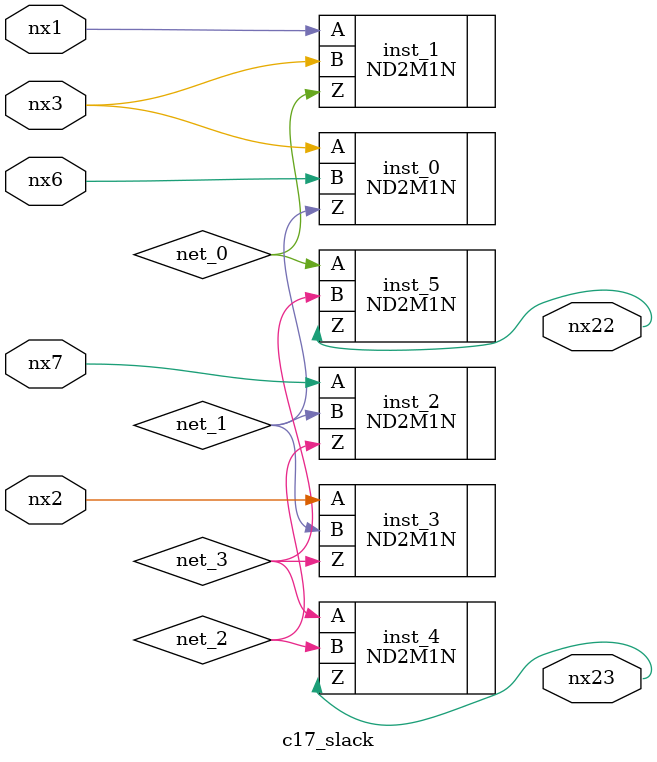
<source format=v>
module c17_slack (
nx1,
nx7,
nx3,
nx2,
nx6,
nx23,
nx22);

// Start PIs
input nx1;
input nx7;
input nx3;
input nx2;
input nx6;

// Start POs
output nx23;
output nx22;

// Start wires
wire net_1;
wire nx23;
wire nx1;
wire nx7;
wire nx3;
wire net_2;
wire nx22;
wire nx6;
wire net_0;
wire net_3;
wire nx2;

// Start cells
ND2M1N inst_5 ( .B(net_3), .A(net_0), .Z(nx22) );
ND2M1N inst_2 ( .Z(net_2), .B(net_1), .A(nx7) );
ND2M1N inst_1 ( .Z(net_0), .B(nx3), .A(nx1) );
ND2M1N inst_4 ( .A(net_3), .B(net_2), .Z(nx23) );
ND2M1N inst_3 ( .Z(net_3), .B(net_1), .A(nx2) );
ND2M1N inst_0 ( .Z(net_1), .B(nx6), .A(nx3) );

endmodule


</source>
